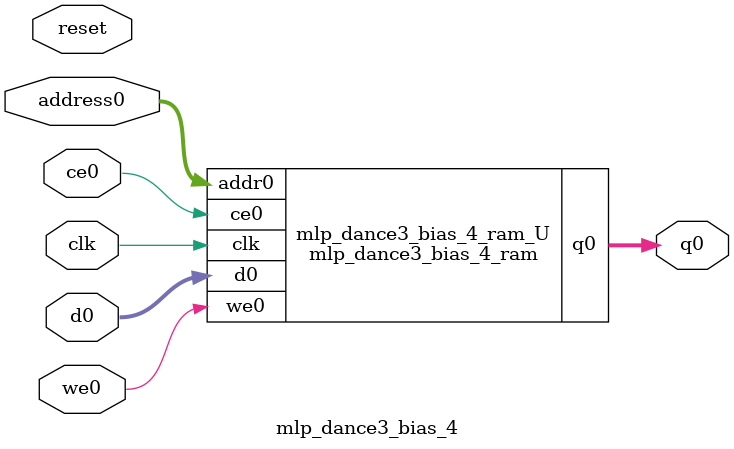
<source format=v>
`timescale 1 ns / 1 ps
module mlp_dance3_bias_4_ram (addr0, ce0, d0, we0, q0,  clk);

parameter DWIDTH = 32;
parameter AWIDTH = 4;
parameter MEM_SIZE = 12;

input[AWIDTH-1:0] addr0;
input ce0;
input[DWIDTH-1:0] d0;
input we0;
output reg[DWIDTH-1:0] q0;
input clk;

(* ram_style = "distributed" *)reg [DWIDTH-1:0] ram[0:MEM_SIZE-1];




always @(posedge clk)  
begin 
    if (ce0) begin
        if (we0) 
            ram[addr0] <= d0; 
        q0 <= ram[addr0];
    end
end


endmodule

`timescale 1 ns / 1 ps
module mlp_dance3_bias_4(
    reset,
    clk,
    address0,
    ce0,
    we0,
    d0,
    q0);

parameter DataWidth = 32'd32;
parameter AddressRange = 32'd12;
parameter AddressWidth = 32'd4;
input reset;
input clk;
input[AddressWidth - 1:0] address0;
input ce0;
input we0;
input[DataWidth - 1:0] d0;
output[DataWidth - 1:0] q0;



mlp_dance3_bias_4_ram mlp_dance3_bias_4_ram_U(
    .clk( clk ),
    .addr0( address0 ),
    .ce0( ce0 ),
    .we0( we0 ),
    .d0( d0 ),
    .q0( q0 ));

endmodule


</source>
